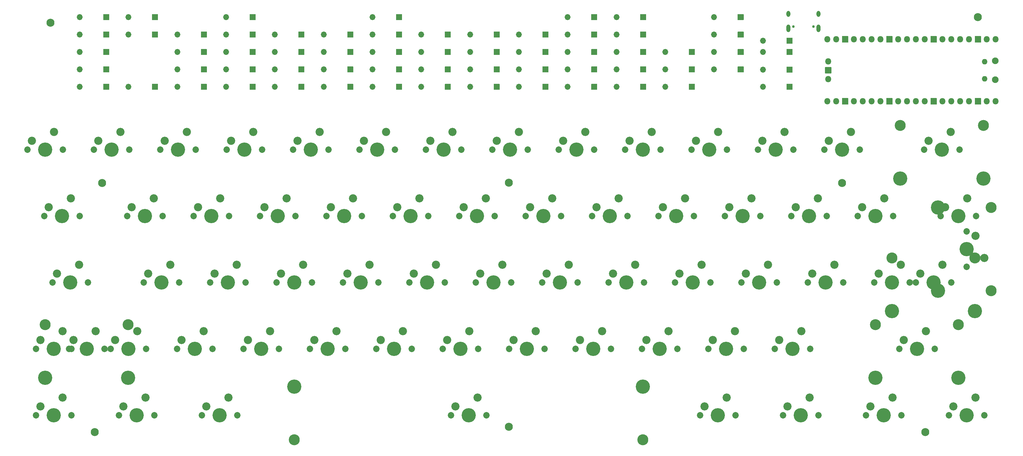
<source format=gbs>
G04 #@! TF.GenerationSoftware,KiCad,Pcbnew,(5.1.9)-1*
G04 #@! TF.CreationDate,2021-05-31T01:10:29+01:00*
G04 #@! TF.ProjectId,Env-KB60F,456e762d-4b42-4363-9046-2e6b69636164,rev?*
G04 #@! TF.SameCoordinates,Original*
G04 #@! TF.FileFunction,Soldermask,Bot*
G04 #@! TF.FilePolarity,Negative*
%FSLAX46Y46*%
G04 Gerber Fmt 4.6, Leading zero omitted, Abs format (unit mm)*
G04 Created by KiCad (PCBNEW (5.1.9)-1) date 2021-05-31 01:10:29*
%MOMM*%
%LPD*%
G01*
G04 APERTURE LIST*
%ADD10C,2.302000*%
%ADD11O,1.802000X1.802000*%
%ADD12O,1.602000X1.602000*%
%ADD13O,1.902000X1.902000*%
%ADD14C,0.752000*%
%ADD15O,1.102000X2.202000*%
%ADD16O,1.102000X1.702000*%
%ADD17O,1.702000X1.702000*%
%ADD18C,2.352000*%
%ADD19C,4.089800*%
%ADD20C,1.852000*%
%ADD21C,3.150000*%
%ADD22C,0.100000*%
G04 APERTURE END LIST*
D10*
X353050000Y-36500000D03*
D11*
X310100000Y-54290000D03*
G36*
G01*
X309250000Y-50849000D02*
X310950000Y-50849000D01*
G75*
G02*
X311001000Y-50900000I0J-51000D01*
G01*
X311001000Y-52600000D01*
G75*
G02*
X310950000Y-52651000I-51000J0D01*
G01*
X309250000Y-52651000D01*
G75*
G02*
X309199000Y-52600000I0J51000D01*
G01*
X309199000Y-50900000D01*
G75*
G02*
X309250000Y-50849000I51000J0D01*
G01*
G37*
X310100000Y-49210000D03*
D12*
X354970000Y-54175000D03*
X354970000Y-49325000D03*
D13*
X358000000Y-54475000D03*
X358000000Y-49025000D03*
D11*
X358130000Y-60640000D03*
X355590000Y-60640000D03*
G36*
G01*
X352200000Y-59739000D02*
X353900000Y-59739000D01*
G75*
G02*
X353951000Y-59790000I0J-51000D01*
G01*
X353951000Y-61490000D01*
G75*
G02*
X353900000Y-61541000I-51000J0D01*
G01*
X352200000Y-61541000D01*
G75*
G02*
X352149000Y-61490000I0J51000D01*
G01*
X352149000Y-59790000D01*
G75*
G02*
X352200000Y-59739000I51000J0D01*
G01*
G37*
X350510000Y-60640000D03*
X347970000Y-60640000D03*
X345430000Y-60640000D03*
X342890000Y-60640000D03*
G36*
G01*
X339500000Y-59739000D02*
X341200000Y-59739000D01*
G75*
G02*
X341251000Y-59790000I0J-51000D01*
G01*
X341251000Y-61490000D01*
G75*
G02*
X341200000Y-61541000I-51000J0D01*
G01*
X339500000Y-61541000D01*
G75*
G02*
X339449000Y-61490000I0J51000D01*
G01*
X339449000Y-59790000D01*
G75*
G02*
X339500000Y-59739000I51000J0D01*
G01*
G37*
X337810000Y-60640000D03*
X335270000Y-60640000D03*
X332730000Y-60640000D03*
X330190000Y-60640000D03*
G36*
G01*
X326800000Y-59739000D02*
X328500000Y-59739000D01*
G75*
G02*
X328551000Y-59790000I0J-51000D01*
G01*
X328551000Y-61490000D01*
G75*
G02*
X328500000Y-61541000I-51000J0D01*
G01*
X326800000Y-61541000D01*
G75*
G02*
X326749000Y-61490000I0J51000D01*
G01*
X326749000Y-59790000D01*
G75*
G02*
X326800000Y-59739000I51000J0D01*
G01*
G37*
X325110000Y-60640000D03*
X322570000Y-60640000D03*
X320030000Y-60640000D03*
X317490000Y-60640000D03*
G36*
G01*
X314100000Y-59739000D02*
X315800000Y-59739000D01*
G75*
G02*
X315851000Y-59790000I0J-51000D01*
G01*
X315851000Y-61490000D01*
G75*
G02*
X315800000Y-61541000I-51000J0D01*
G01*
X314100000Y-61541000D01*
G75*
G02*
X314049000Y-61490000I0J51000D01*
G01*
X314049000Y-59790000D01*
G75*
G02*
X314100000Y-59739000I51000J0D01*
G01*
G37*
X312410000Y-60640000D03*
X309870000Y-60640000D03*
X309870000Y-42860000D03*
X312410000Y-42860000D03*
G36*
G01*
X314100000Y-41959000D02*
X315800000Y-41959000D01*
G75*
G02*
X315851000Y-42010000I0J-51000D01*
G01*
X315851000Y-43710000D01*
G75*
G02*
X315800000Y-43761000I-51000J0D01*
G01*
X314100000Y-43761000D01*
G75*
G02*
X314049000Y-43710000I0J51000D01*
G01*
X314049000Y-42010000D01*
G75*
G02*
X314100000Y-41959000I51000J0D01*
G01*
G37*
X317490000Y-42860000D03*
X320030000Y-42860000D03*
X322570000Y-42860000D03*
X325110000Y-42860000D03*
G36*
G01*
X326800000Y-41959000D02*
X328500000Y-41959000D01*
G75*
G02*
X328551000Y-42010000I0J-51000D01*
G01*
X328551000Y-43710000D01*
G75*
G02*
X328500000Y-43761000I-51000J0D01*
G01*
X326800000Y-43761000D01*
G75*
G02*
X326749000Y-43710000I0J51000D01*
G01*
X326749000Y-42010000D01*
G75*
G02*
X326800000Y-41959000I51000J0D01*
G01*
G37*
X330190000Y-42860000D03*
X332730000Y-42860000D03*
X335270000Y-42860000D03*
X337810000Y-42860000D03*
G36*
G01*
X339500000Y-41959000D02*
X341200000Y-41959000D01*
G75*
G02*
X341251000Y-42010000I0J-51000D01*
G01*
X341251000Y-43710000D01*
G75*
G02*
X341200000Y-43761000I-51000J0D01*
G01*
X339500000Y-43761000D01*
G75*
G02*
X339449000Y-43710000I0J51000D01*
G01*
X339449000Y-42010000D01*
G75*
G02*
X339500000Y-41959000I51000J0D01*
G01*
G37*
X342890000Y-42860000D03*
X345430000Y-42860000D03*
X347970000Y-42860000D03*
X350510000Y-42860000D03*
G36*
G01*
X352200000Y-41959000D02*
X353900000Y-41959000D01*
G75*
G02*
X353951000Y-42010000I0J-51000D01*
G01*
X353951000Y-43710000D01*
G75*
G02*
X353900000Y-43761000I-51000J0D01*
G01*
X352200000Y-43761000D01*
G75*
G02*
X352149000Y-43710000I0J51000D01*
G01*
X352149000Y-42010000D01*
G75*
G02*
X352200000Y-41959000I51000J0D01*
G01*
G37*
X355590000Y-42860000D03*
X358130000Y-42860000D03*
D14*
X300105001Y-39205001D03*
X305885001Y-39205001D03*
D15*
X307315001Y-39735001D03*
X298675001Y-39735001D03*
D16*
X307315001Y-35555001D03*
X298675001Y-35555001D03*
D17*
X95380000Y-56500000D03*
G36*
G01*
X103851000Y-55700000D02*
X103851000Y-57300000D01*
G75*
G02*
X103800000Y-57351000I-51000J0D01*
G01*
X102200000Y-57351000D01*
G75*
G02*
X102149000Y-57300000I0J51000D01*
G01*
X102149000Y-55700000D01*
G75*
G02*
X102200000Y-55649000I51000J0D01*
G01*
X103800000Y-55649000D01*
G75*
G02*
X103851000Y-55700000I0J-51000D01*
G01*
G37*
X109380000Y-56500000D03*
G36*
G01*
X117851000Y-55700000D02*
X117851000Y-57300000D01*
G75*
G02*
X117800000Y-57351000I-51000J0D01*
G01*
X116200000Y-57351000D01*
G75*
G02*
X116149000Y-57300000I0J51000D01*
G01*
X116149000Y-55700000D01*
G75*
G02*
X116200000Y-55649000I51000J0D01*
G01*
X117800000Y-55649000D01*
G75*
G02*
X117851000Y-55700000I0J-51000D01*
G01*
G37*
X123380000Y-56500000D03*
G36*
G01*
X131851000Y-55700000D02*
X131851000Y-57300000D01*
G75*
G02*
X131800000Y-57351000I-51000J0D01*
G01*
X130200000Y-57351000D01*
G75*
G02*
X130149000Y-57300000I0J51000D01*
G01*
X130149000Y-55700000D01*
G75*
G02*
X130200000Y-55649000I51000J0D01*
G01*
X131800000Y-55649000D01*
G75*
G02*
X131851000Y-55700000I0J-51000D01*
G01*
G37*
X137380000Y-56500000D03*
G36*
G01*
X145851000Y-55700000D02*
X145851000Y-57300000D01*
G75*
G02*
X145800000Y-57351000I-51000J0D01*
G01*
X144200000Y-57351000D01*
G75*
G02*
X144149000Y-57300000I0J51000D01*
G01*
X144149000Y-55700000D01*
G75*
G02*
X144200000Y-55649000I51000J0D01*
G01*
X145800000Y-55649000D01*
G75*
G02*
X145851000Y-55700000I0J-51000D01*
G01*
G37*
X151380000Y-56500000D03*
G36*
G01*
X159851000Y-55700000D02*
X159851000Y-57300000D01*
G75*
G02*
X159800000Y-57351000I-51000J0D01*
G01*
X158200000Y-57351000D01*
G75*
G02*
X158149000Y-57300000I0J51000D01*
G01*
X158149000Y-55700000D01*
G75*
G02*
X158200000Y-55649000I51000J0D01*
G01*
X159800000Y-55649000D01*
G75*
G02*
X159851000Y-55700000I0J-51000D01*
G01*
G37*
X165380000Y-56500000D03*
G36*
G01*
X173851000Y-55700000D02*
X173851000Y-57300000D01*
G75*
G02*
X173800000Y-57351000I-51000J0D01*
G01*
X172200000Y-57351000D01*
G75*
G02*
X172149000Y-57300000I0J51000D01*
G01*
X172149000Y-55700000D01*
G75*
G02*
X172200000Y-55649000I51000J0D01*
G01*
X173800000Y-55649000D01*
G75*
G02*
X173851000Y-55700000I0J-51000D01*
G01*
G37*
X179380000Y-56500000D03*
G36*
G01*
X187851000Y-55700000D02*
X187851000Y-57300000D01*
G75*
G02*
X187800000Y-57351000I-51000J0D01*
G01*
X186200000Y-57351000D01*
G75*
G02*
X186149000Y-57300000I0J51000D01*
G01*
X186149000Y-55700000D01*
G75*
G02*
X186200000Y-55649000I51000J0D01*
G01*
X187800000Y-55649000D01*
G75*
G02*
X187851000Y-55700000I0J-51000D01*
G01*
G37*
X193380000Y-56500000D03*
G36*
G01*
X201851000Y-55700000D02*
X201851000Y-57300000D01*
G75*
G02*
X201800000Y-57351000I-51000J0D01*
G01*
X200200000Y-57351000D01*
G75*
G02*
X200149000Y-57300000I0J51000D01*
G01*
X200149000Y-55700000D01*
G75*
G02*
X200200000Y-55649000I51000J0D01*
G01*
X201800000Y-55649000D01*
G75*
G02*
X201851000Y-55700000I0J-51000D01*
G01*
G37*
X207380000Y-56500000D03*
G36*
G01*
X215851000Y-55700000D02*
X215851000Y-57300000D01*
G75*
G02*
X215800000Y-57351000I-51000J0D01*
G01*
X214200000Y-57351000D01*
G75*
G02*
X214149000Y-57300000I0J51000D01*
G01*
X214149000Y-55700000D01*
G75*
G02*
X214200000Y-55649000I51000J0D01*
G01*
X215800000Y-55649000D01*
G75*
G02*
X215851000Y-55700000I0J-51000D01*
G01*
G37*
G36*
G01*
X229851000Y-55700000D02*
X229851000Y-57300000D01*
G75*
G02*
X229800000Y-57351000I-51000J0D01*
G01*
X228200000Y-57351000D01*
G75*
G02*
X228149000Y-57300000I0J51000D01*
G01*
X228149000Y-55700000D01*
G75*
G02*
X228200000Y-55649000I51000J0D01*
G01*
X229800000Y-55649000D01*
G75*
G02*
X229851000Y-55700000I0J-51000D01*
G01*
G37*
X221380000Y-56500000D03*
X235380000Y-56500000D03*
G36*
G01*
X243851000Y-55700000D02*
X243851000Y-57300000D01*
G75*
G02*
X243800000Y-57351000I-51000J0D01*
G01*
X242200000Y-57351000D01*
G75*
G02*
X242149000Y-57300000I0J51000D01*
G01*
X242149000Y-55700000D01*
G75*
G02*
X242200000Y-55649000I51000J0D01*
G01*
X243800000Y-55649000D01*
G75*
G02*
X243851000Y-55700000I0J-51000D01*
G01*
G37*
X249380000Y-56500000D03*
G36*
G01*
X257851000Y-55700000D02*
X257851000Y-57300000D01*
G75*
G02*
X257800000Y-57351000I-51000J0D01*
G01*
X256200000Y-57351000D01*
G75*
G02*
X256149000Y-57300000I0J51000D01*
G01*
X256149000Y-55700000D01*
G75*
G02*
X256200000Y-55649000I51000J0D01*
G01*
X257800000Y-55649000D01*
G75*
G02*
X257851000Y-55700000I0J-51000D01*
G01*
G37*
X263380000Y-56500000D03*
G36*
G01*
X271851000Y-55700000D02*
X271851000Y-57300000D01*
G75*
G02*
X271800000Y-57351000I-51000J0D01*
G01*
X270200000Y-57351000D01*
G75*
G02*
X270149000Y-57300000I0J51000D01*
G01*
X270149000Y-55700000D01*
G75*
G02*
X270200000Y-55649000I51000J0D01*
G01*
X271800000Y-55649000D01*
G75*
G02*
X271851000Y-55700000I0J-51000D01*
G01*
G37*
X291380000Y-56500000D03*
G36*
G01*
X299851000Y-55700000D02*
X299851000Y-57300000D01*
G75*
G02*
X299800000Y-57351000I-51000J0D01*
G01*
X298200000Y-57351000D01*
G75*
G02*
X298149000Y-57300000I0J51000D01*
G01*
X298149000Y-55700000D01*
G75*
G02*
X298200000Y-55649000I51000J0D01*
G01*
X299800000Y-55649000D01*
G75*
G02*
X299851000Y-55700000I0J-51000D01*
G01*
G37*
X95380000Y-51500000D03*
G36*
G01*
X103851000Y-50700000D02*
X103851000Y-52300000D01*
G75*
G02*
X103800000Y-52351000I-51000J0D01*
G01*
X102200000Y-52351000D01*
G75*
G02*
X102149000Y-52300000I0J51000D01*
G01*
X102149000Y-50700000D01*
G75*
G02*
X102200000Y-50649000I51000J0D01*
G01*
X103800000Y-50649000D01*
G75*
G02*
X103851000Y-50700000I0J-51000D01*
G01*
G37*
X123380000Y-51500000D03*
G36*
G01*
X131851000Y-50700000D02*
X131851000Y-52300000D01*
G75*
G02*
X131800000Y-52351000I-51000J0D01*
G01*
X130200000Y-52351000D01*
G75*
G02*
X130149000Y-52300000I0J51000D01*
G01*
X130149000Y-50700000D01*
G75*
G02*
X130200000Y-50649000I51000J0D01*
G01*
X131800000Y-50649000D01*
G75*
G02*
X131851000Y-50700000I0J-51000D01*
G01*
G37*
X137380000Y-51500000D03*
G36*
G01*
X145851000Y-50700000D02*
X145851000Y-52300000D01*
G75*
G02*
X145800000Y-52351000I-51000J0D01*
G01*
X144200000Y-52351000D01*
G75*
G02*
X144149000Y-52300000I0J51000D01*
G01*
X144149000Y-50700000D01*
G75*
G02*
X144200000Y-50649000I51000J0D01*
G01*
X145800000Y-50649000D01*
G75*
G02*
X145851000Y-50700000I0J-51000D01*
G01*
G37*
X151380000Y-51500000D03*
G36*
G01*
X159851000Y-50700000D02*
X159851000Y-52300000D01*
G75*
G02*
X159800000Y-52351000I-51000J0D01*
G01*
X158200000Y-52351000D01*
G75*
G02*
X158149000Y-52300000I0J51000D01*
G01*
X158149000Y-50700000D01*
G75*
G02*
X158200000Y-50649000I51000J0D01*
G01*
X159800000Y-50649000D01*
G75*
G02*
X159851000Y-50700000I0J-51000D01*
G01*
G37*
X165380000Y-51500000D03*
G36*
G01*
X173851000Y-50700000D02*
X173851000Y-52300000D01*
G75*
G02*
X173800000Y-52351000I-51000J0D01*
G01*
X172200000Y-52351000D01*
G75*
G02*
X172149000Y-52300000I0J51000D01*
G01*
X172149000Y-50700000D01*
G75*
G02*
X172200000Y-50649000I51000J0D01*
G01*
X173800000Y-50649000D01*
G75*
G02*
X173851000Y-50700000I0J-51000D01*
G01*
G37*
X179380000Y-51500000D03*
G36*
G01*
X187851000Y-50700000D02*
X187851000Y-52300000D01*
G75*
G02*
X187800000Y-52351000I-51000J0D01*
G01*
X186200000Y-52351000D01*
G75*
G02*
X186149000Y-52300000I0J51000D01*
G01*
X186149000Y-50700000D01*
G75*
G02*
X186200000Y-50649000I51000J0D01*
G01*
X187800000Y-50649000D01*
G75*
G02*
X187851000Y-50700000I0J-51000D01*
G01*
G37*
X193380000Y-51500000D03*
G36*
G01*
X201851000Y-50700000D02*
X201851000Y-52300000D01*
G75*
G02*
X201800000Y-52351000I-51000J0D01*
G01*
X200200000Y-52351000D01*
G75*
G02*
X200149000Y-52300000I0J51000D01*
G01*
X200149000Y-50700000D01*
G75*
G02*
X200200000Y-50649000I51000J0D01*
G01*
X201800000Y-50649000D01*
G75*
G02*
X201851000Y-50700000I0J-51000D01*
G01*
G37*
X207380000Y-51500000D03*
G36*
G01*
X215851000Y-50700000D02*
X215851000Y-52300000D01*
G75*
G02*
X215800000Y-52351000I-51000J0D01*
G01*
X214200000Y-52351000D01*
G75*
G02*
X214149000Y-52300000I0J51000D01*
G01*
X214149000Y-50700000D01*
G75*
G02*
X214200000Y-50649000I51000J0D01*
G01*
X215800000Y-50649000D01*
G75*
G02*
X215851000Y-50700000I0J-51000D01*
G01*
G37*
G36*
G01*
X229851000Y-50700000D02*
X229851000Y-52300000D01*
G75*
G02*
X229800000Y-52351000I-51000J0D01*
G01*
X228200000Y-52351000D01*
G75*
G02*
X228149000Y-52300000I0J51000D01*
G01*
X228149000Y-50700000D01*
G75*
G02*
X228200000Y-50649000I51000J0D01*
G01*
X229800000Y-50649000D01*
G75*
G02*
X229851000Y-50700000I0J-51000D01*
G01*
G37*
X221380000Y-51500000D03*
X235380000Y-51500000D03*
G36*
G01*
X243851000Y-50700000D02*
X243851000Y-52300000D01*
G75*
G02*
X243800000Y-52351000I-51000J0D01*
G01*
X242200000Y-52351000D01*
G75*
G02*
X242149000Y-52300000I0J51000D01*
G01*
X242149000Y-50700000D01*
G75*
G02*
X242200000Y-50649000I51000J0D01*
G01*
X243800000Y-50649000D01*
G75*
G02*
X243851000Y-50700000I0J-51000D01*
G01*
G37*
X249380000Y-51500000D03*
G36*
G01*
X257851000Y-50700000D02*
X257851000Y-52300000D01*
G75*
G02*
X257800000Y-52351000I-51000J0D01*
G01*
X256200000Y-52351000D01*
G75*
G02*
X256149000Y-52300000I0J51000D01*
G01*
X256149000Y-50700000D01*
G75*
G02*
X256200000Y-50649000I51000J0D01*
G01*
X257800000Y-50649000D01*
G75*
G02*
X257851000Y-50700000I0J-51000D01*
G01*
G37*
X263380000Y-51500000D03*
G36*
G01*
X271851000Y-50700000D02*
X271851000Y-52300000D01*
G75*
G02*
X271800000Y-52351000I-51000J0D01*
G01*
X270200000Y-52351000D01*
G75*
G02*
X270149000Y-52300000I0J51000D01*
G01*
X270149000Y-50700000D01*
G75*
G02*
X270200000Y-50649000I51000J0D01*
G01*
X271800000Y-50649000D01*
G75*
G02*
X271851000Y-50700000I0J-51000D01*
G01*
G37*
X277380000Y-51500000D03*
G36*
G01*
X285851000Y-50700000D02*
X285851000Y-52300000D01*
G75*
G02*
X285800000Y-52351000I-51000J0D01*
G01*
X284200000Y-52351000D01*
G75*
G02*
X284149000Y-52300000I0J51000D01*
G01*
X284149000Y-50700000D01*
G75*
G02*
X284200000Y-50649000I51000J0D01*
G01*
X285800000Y-50649000D01*
G75*
G02*
X285851000Y-50700000I0J-51000D01*
G01*
G37*
X291388800Y-51562000D03*
G36*
G01*
X299859800Y-50762000D02*
X299859800Y-52362000D01*
G75*
G02*
X299808800Y-52413000I-51000J0D01*
G01*
X298208800Y-52413000D01*
G75*
G02*
X298157800Y-52362000I0J51000D01*
G01*
X298157800Y-50762000D01*
G75*
G02*
X298208800Y-50711000I51000J0D01*
G01*
X299808800Y-50711000D01*
G75*
G02*
X299859800Y-50762000I0J-51000D01*
G01*
G37*
X95380000Y-46500000D03*
G36*
G01*
X103851000Y-45700000D02*
X103851000Y-47300000D01*
G75*
G02*
X103800000Y-47351000I-51000J0D01*
G01*
X102200000Y-47351000D01*
G75*
G02*
X102149000Y-47300000I0J51000D01*
G01*
X102149000Y-45700000D01*
G75*
G02*
X102200000Y-45649000I51000J0D01*
G01*
X103800000Y-45649000D01*
G75*
G02*
X103851000Y-45700000I0J-51000D01*
G01*
G37*
X123380000Y-46500000D03*
G36*
G01*
X131851000Y-45700000D02*
X131851000Y-47300000D01*
G75*
G02*
X131800000Y-47351000I-51000J0D01*
G01*
X130200000Y-47351000D01*
G75*
G02*
X130149000Y-47300000I0J51000D01*
G01*
X130149000Y-45700000D01*
G75*
G02*
X130200000Y-45649000I51000J0D01*
G01*
X131800000Y-45649000D01*
G75*
G02*
X131851000Y-45700000I0J-51000D01*
G01*
G37*
X137380000Y-46500000D03*
G36*
G01*
X145851000Y-45700000D02*
X145851000Y-47300000D01*
G75*
G02*
X145800000Y-47351000I-51000J0D01*
G01*
X144200000Y-47351000D01*
G75*
G02*
X144149000Y-47300000I0J51000D01*
G01*
X144149000Y-45700000D01*
G75*
G02*
X144200000Y-45649000I51000J0D01*
G01*
X145800000Y-45649000D01*
G75*
G02*
X145851000Y-45700000I0J-51000D01*
G01*
G37*
X151380000Y-46500000D03*
G36*
G01*
X159851000Y-45700000D02*
X159851000Y-47300000D01*
G75*
G02*
X159800000Y-47351000I-51000J0D01*
G01*
X158200000Y-47351000D01*
G75*
G02*
X158149000Y-47300000I0J51000D01*
G01*
X158149000Y-45700000D01*
G75*
G02*
X158200000Y-45649000I51000J0D01*
G01*
X159800000Y-45649000D01*
G75*
G02*
X159851000Y-45700000I0J-51000D01*
G01*
G37*
X165380000Y-46500000D03*
G36*
G01*
X173851000Y-45700000D02*
X173851000Y-47300000D01*
G75*
G02*
X173800000Y-47351000I-51000J0D01*
G01*
X172200000Y-47351000D01*
G75*
G02*
X172149000Y-47300000I0J51000D01*
G01*
X172149000Y-45700000D01*
G75*
G02*
X172200000Y-45649000I51000J0D01*
G01*
X173800000Y-45649000D01*
G75*
G02*
X173851000Y-45700000I0J-51000D01*
G01*
G37*
X179380000Y-46500000D03*
G36*
G01*
X187851000Y-45700000D02*
X187851000Y-47300000D01*
G75*
G02*
X187800000Y-47351000I-51000J0D01*
G01*
X186200000Y-47351000D01*
G75*
G02*
X186149000Y-47300000I0J51000D01*
G01*
X186149000Y-45700000D01*
G75*
G02*
X186200000Y-45649000I51000J0D01*
G01*
X187800000Y-45649000D01*
G75*
G02*
X187851000Y-45700000I0J-51000D01*
G01*
G37*
X193380000Y-46500000D03*
G36*
G01*
X201851000Y-45700000D02*
X201851000Y-47300000D01*
G75*
G02*
X201800000Y-47351000I-51000J0D01*
G01*
X200200000Y-47351000D01*
G75*
G02*
X200149000Y-47300000I0J51000D01*
G01*
X200149000Y-45700000D01*
G75*
G02*
X200200000Y-45649000I51000J0D01*
G01*
X201800000Y-45649000D01*
G75*
G02*
X201851000Y-45700000I0J-51000D01*
G01*
G37*
X207380000Y-46500000D03*
G36*
G01*
X215851000Y-45700000D02*
X215851000Y-47300000D01*
G75*
G02*
X215800000Y-47351000I-51000J0D01*
G01*
X214200000Y-47351000D01*
G75*
G02*
X214149000Y-47300000I0J51000D01*
G01*
X214149000Y-45700000D01*
G75*
G02*
X214200000Y-45649000I51000J0D01*
G01*
X215800000Y-45649000D01*
G75*
G02*
X215851000Y-45700000I0J-51000D01*
G01*
G37*
G36*
G01*
X229851000Y-45700000D02*
X229851000Y-47300000D01*
G75*
G02*
X229800000Y-47351000I-51000J0D01*
G01*
X228200000Y-47351000D01*
G75*
G02*
X228149000Y-47300000I0J51000D01*
G01*
X228149000Y-45700000D01*
G75*
G02*
X228200000Y-45649000I51000J0D01*
G01*
X229800000Y-45649000D01*
G75*
G02*
X229851000Y-45700000I0J-51000D01*
G01*
G37*
X221380000Y-46500000D03*
X235380000Y-46500000D03*
G36*
G01*
X243851000Y-45700000D02*
X243851000Y-47300000D01*
G75*
G02*
X243800000Y-47351000I-51000J0D01*
G01*
X242200000Y-47351000D01*
G75*
G02*
X242149000Y-47300000I0J51000D01*
G01*
X242149000Y-45700000D01*
G75*
G02*
X242200000Y-45649000I51000J0D01*
G01*
X243800000Y-45649000D01*
G75*
G02*
X243851000Y-45700000I0J-51000D01*
G01*
G37*
X249380000Y-46500000D03*
G36*
G01*
X257851000Y-45700000D02*
X257851000Y-47300000D01*
G75*
G02*
X257800000Y-47351000I-51000J0D01*
G01*
X256200000Y-47351000D01*
G75*
G02*
X256149000Y-47300000I0J51000D01*
G01*
X256149000Y-45700000D01*
G75*
G02*
X256200000Y-45649000I51000J0D01*
G01*
X257800000Y-45649000D01*
G75*
G02*
X257851000Y-45700000I0J-51000D01*
G01*
G37*
X263380000Y-46500000D03*
G36*
G01*
X271851000Y-45700000D02*
X271851000Y-47300000D01*
G75*
G02*
X271800000Y-47351000I-51000J0D01*
G01*
X270200000Y-47351000D01*
G75*
G02*
X270149000Y-47300000I0J51000D01*
G01*
X270149000Y-45700000D01*
G75*
G02*
X270200000Y-45649000I51000J0D01*
G01*
X271800000Y-45649000D01*
G75*
G02*
X271851000Y-45700000I0J-51000D01*
G01*
G37*
X277380000Y-46500000D03*
G36*
G01*
X285851000Y-45700000D02*
X285851000Y-47300000D01*
G75*
G02*
X285800000Y-47351000I-51000J0D01*
G01*
X284200000Y-47351000D01*
G75*
G02*
X284149000Y-47300000I0J51000D01*
G01*
X284149000Y-45700000D01*
G75*
G02*
X284200000Y-45649000I51000J0D01*
G01*
X285800000Y-45649000D01*
G75*
G02*
X285851000Y-45700000I0J-51000D01*
G01*
G37*
X291380000Y-46500000D03*
G36*
G01*
X299851000Y-45700000D02*
X299851000Y-47300000D01*
G75*
G02*
X299800000Y-47351000I-51000J0D01*
G01*
X298200000Y-47351000D01*
G75*
G02*
X298149000Y-47300000I0J51000D01*
G01*
X298149000Y-45700000D01*
G75*
G02*
X298200000Y-45649000I51000J0D01*
G01*
X299800000Y-45649000D01*
G75*
G02*
X299851000Y-45700000I0J-51000D01*
G01*
G37*
X95380000Y-41500000D03*
G36*
G01*
X103851000Y-40700000D02*
X103851000Y-42300000D01*
G75*
G02*
X103800000Y-42351000I-51000J0D01*
G01*
X102200000Y-42351000D01*
G75*
G02*
X102149000Y-42300000I0J51000D01*
G01*
X102149000Y-40700000D01*
G75*
G02*
X102200000Y-40649000I51000J0D01*
G01*
X103800000Y-40649000D01*
G75*
G02*
X103851000Y-40700000I0J-51000D01*
G01*
G37*
X109380000Y-41500000D03*
G36*
G01*
X117851000Y-40700000D02*
X117851000Y-42300000D01*
G75*
G02*
X117800000Y-42351000I-51000J0D01*
G01*
X116200000Y-42351000D01*
G75*
G02*
X116149000Y-42300000I0J51000D01*
G01*
X116149000Y-40700000D01*
G75*
G02*
X116200000Y-40649000I51000J0D01*
G01*
X117800000Y-40649000D01*
G75*
G02*
X117851000Y-40700000I0J-51000D01*
G01*
G37*
X123380000Y-41500000D03*
G36*
G01*
X131851000Y-40700000D02*
X131851000Y-42300000D01*
G75*
G02*
X131800000Y-42351000I-51000J0D01*
G01*
X130200000Y-42351000D01*
G75*
G02*
X130149000Y-42300000I0J51000D01*
G01*
X130149000Y-40700000D01*
G75*
G02*
X130200000Y-40649000I51000J0D01*
G01*
X131800000Y-40649000D01*
G75*
G02*
X131851000Y-40700000I0J-51000D01*
G01*
G37*
X137380000Y-41500000D03*
G36*
G01*
X145851000Y-40700000D02*
X145851000Y-42300000D01*
G75*
G02*
X145800000Y-42351000I-51000J0D01*
G01*
X144200000Y-42351000D01*
G75*
G02*
X144149000Y-42300000I0J51000D01*
G01*
X144149000Y-40700000D01*
G75*
G02*
X144200000Y-40649000I51000J0D01*
G01*
X145800000Y-40649000D01*
G75*
G02*
X145851000Y-40700000I0J-51000D01*
G01*
G37*
X151380000Y-41500000D03*
G36*
G01*
X159851000Y-40700000D02*
X159851000Y-42300000D01*
G75*
G02*
X159800000Y-42351000I-51000J0D01*
G01*
X158200000Y-42351000D01*
G75*
G02*
X158149000Y-42300000I0J51000D01*
G01*
X158149000Y-40700000D01*
G75*
G02*
X158200000Y-40649000I51000J0D01*
G01*
X159800000Y-40649000D01*
G75*
G02*
X159851000Y-40700000I0J-51000D01*
G01*
G37*
X165380000Y-41500000D03*
G36*
G01*
X173851000Y-40700000D02*
X173851000Y-42300000D01*
G75*
G02*
X173800000Y-42351000I-51000J0D01*
G01*
X172200000Y-42351000D01*
G75*
G02*
X172149000Y-42300000I0J51000D01*
G01*
X172149000Y-40700000D01*
G75*
G02*
X172200000Y-40649000I51000J0D01*
G01*
X173800000Y-40649000D01*
G75*
G02*
X173851000Y-40700000I0J-51000D01*
G01*
G37*
X179380000Y-41500000D03*
G36*
G01*
X187851000Y-40700000D02*
X187851000Y-42300000D01*
G75*
G02*
X187800000Y-42351000I-51000J0D01*
G01*
X186200000Y-42351000D01*
G75*
G02*
X186149000Y-42300000I0J51000D01*
G01*
X186149000Y-40700000D01*
G75*
G02*
X186200000Y-40649000I51000J0D01*
G01*
X187800000Y-40649000D01*
G75*
G02*
X187851000Y-40700000I0J-51000D01*
G01*
G37*
X193380000Y-41500000D03*
G36*
G01*
X201851000Y-40700000D02*
X201851000Y-42300000D01*
G75*
G02*
X201800000Y-42351000I-51000J0D01*
G01*
X200200000Y-42351000D01*
G75*
G02*
X200149000Y-42300000I0J51000D01*
G01*
X200149000Y-40700000D01*
G75*
G02*
X200200000Y-40649000I51000J0D01*
G01*
X201800000Y-40649000D01*
G75*
G02*
X201851000Y-40700000I0J-51000D01*
G01*
G37*
X207380000Y-41500000D03*
G36*
G01*
X215851000Y-40700000D02*
X215851000Y-42300000D01*
G75*
G02*
X215800000Y-42351000I-51000J0D01*
G01*
X214200000Y-42351000D01*
G75*
G02*
X214149000Y-42300000I0J51000D01*
G01*
X214149000Y-40700000D01*
G75*
G02*
X214200000Y-40649000I51000J0D01*
G01*
X215800000Y-40649000D01*
G75*
G02*
X215851000Y-40700000I0J-51000D01*
G01*
G37*
G36*
G01*
X229851000Y-40700000D02*
X229851000Y-42300000D01*
G75*
G02*
X229800000Y-42351000I-51000J0D01*
G01*
X228200000Y-42351000D01*
G75*
G02*
X228149000Y-42300000I0J51000D01*
G01*
X228149000Y-40700000D01*
G75*
G02*
X228200000Y-40649000I51000J0D01*
G01*
X229800000Y-40649000D01*
G75*
G02*
X229851000Y-40700000I0J-51000D01*
G01*
G37*
X221380000Y-41500000D03*
X235380000Y-41500000D03*
G36*
G01*
X243851000Y-40700000D02*
X243851000Y-42300000D01*
G75*
G02*
X243800000Y-42351000I-51000J0D01*
G01*
X242200000Y-42351000D01*
G75*
G02*
X242149000Y-42300000I0J51000D01*
G01*
X242149000Y-40700000D01*
G75*
G02*
X242200000Y-40649000I51000J0D01*
G01*
X243800000Y-40649000D01*
G75*
G02*
X243851000Y-40700000I0J-51000D01*
G01*
G37*
X249380000Y-41500000D03*
G36*
G01*
X257851000Y-40700000D02*
X257851000Y-42300000D01*
G75*
G02*
X257800000Y-42351000I-51000J0D01*
G01*
X256200000Y-42351000D01*
G75*
G02*
X256149000Y-42300000I0J51000D01*
G01*
X256149000Y-40700000D01*
G75*
G02*
X256200000Y-40649000I51000J0D01*
G01*
X257800000Y-40649000D01*
G75*
G02*
X257851000Y-40700000I0J-51000D01*
G01*
G37*
X277380000Y-41500000D03*
G36*
G01*
X285851000Y-40700000D02*
X285851000Y-42300000D01*
G75*
G02*
X285800000Y-42351000I-51000J0D01*
G01*
X284200000Y-42351000D01*
G75*
G02*
X284149000Y-42300000I0J51000D01*
G01*
X284149000Y-40700000D01*
G75*
G02*
X284200000Y-40649000I51000J0D01*
G01*
X285800000Y-40649000D01*
G75*
G02*
X285851000Y-40700000I0J-51000D01*
G01*
G37*
X95380000Y-36500000D03*
G36*
G01*
X103851000Y-35700000D02*
X103851000Y-37300000D01*
G75*
G02*
X103800000Y-37351000I-51000J0D01*
G01*
X102200000Y-37351000D01*
G75*
G02*
X102149000Y-37300000I0J51000D01*
G01*
X102149000Y-35700000D01*
G75*
G02*
X102200000Y-35649000I51000J0D01*
G01*
X103800000Y-35649000D01*
G75*
G02*
X103851000Y-35700000I0J-51000D01*
G01*
G37*
X109380000Y-36500000D03*
G36*
G01*
X117851000Y-35700000D02*
X117851000Y-37300000D01*
G75*
G02*
X117800000Y-37351000I-51000J0D01*
G01*
X116200000Y-37351000D01*
G75*
G02*
X116149000Y-37300000I0J51000D01*
G01*
X116149000Y-35700000D01*
G75*
G02*
X116200000Y-35649000I51000J0D01*
G01*
X117800000Y-35649000D01*
G75*
G02*
X117851000Y-35700000I0J-51000D01*
G01*
G37*
X137380000Y-36500000D03*
G36*
G01*
X145851000Y-35700000D02*
X145851000Y-37300000D01*
G75*
G02*
X145800000Y-37351000I-51000J0D01*
G01*
X144200000Y-37351000D01*
G75*
G02*
X144149000Y-37300000I0J51000D01*
G01*
X144149000Y-35700000D01*
G75*
G02*
X144200000Y-35649000I51000J0D01*
G01*
X145800000Y-35649000D01*
G75*
G02*
X145851000Y-35700000I0J-51000D01*
G01*
G37*
X179380000Y-36500000D03*
G36*
G01*
X187851000Y-35700000D02*
X187851000Y-37300000D01*
G75*
G02*
X187800000Y-37351000I-51000J0D01*
G01*
X186200000Y-37351000D01*
G75*
G02*
X186149000Y-37300000I0J51000D01*
G01*
X186149000Y-35700000D01*
G75*
G02*
X186200000Y-35649000I51000J0D01*
G01*
X187800000Y-35649000D01*
G75*
G02*
X187851000Y-35700000I0J-51000D01*
G01*
G37*
X235380000Y-36500000D03*
G36*
G01*
X243851000Y-35700000D02*
X243851000Y-37300000D01*
G75*
G02*
X243800000Y-37351000I-51000J0D01*
G01*
X242200000Y-37351000D01*
G75*
G02*
X242149000Y-37300000I0J51000D01*
G01*
X242149000Y-35700000D01*
G75*
G02*
X242200000Y-35649000I51000J0D01*
G01*
X243800000Y-35649000D01*
G75*
G02*
X243851000Y-35700000I0J-51000D01*
G01*
G37*
X249380000Y-36500000D03*
G36*
G01*
X257851000Y-35700000D02*
X257851000Y-37300000D01*
G75*
G02*
X257800000Y-37351000I-51000J0D01*
G01*
X256200000Y-37351000D01*
G75*
G02*
X256149000Y-37300000I0J51000D01*
G01*
X256149000Y-35700000D01*
G75*
G02*
X256200000Y-35649000I51000J0D01*
G01*
X257800000Y-35649000D01*
G75*
G02*
X257851000Y-35700000I0J-51000D01*
G01*
G37*
X277380000Y-36500000D03*
G36*
G01*
X285851000Y-35700000D02*
X285851000Y-37300000D01*
G75*
G02*
X285800000Y-37351000I-51000J0D01*
G01*
X284200000Y-37351000D01*
G75*
G02*
X284149000Y-37300000I0J51000D01*
G01*
X284149000Y-35700000D01*
G75*
G02*
X284200000Y-35649000I51000J0D01*
G01*
X285800000Y-35649000D01*
G75*
G02*
X285851000Y-35700000I0J-51000D01*
G01*
G37*
X291380000Y-43300000D03*
G36*
G01*
X299851000Y-42500000D02*
X299851000Y-44100000D01*
G75*
G02*
X299800000Y-44151000I-51000J0D01*
G01*
X298200000Y-44151000D01*
G75*
G02*
X298149000Y-44100000I0J51000D01*
G01*
X298149000Y-42500000D01*
G75*
G02*
X298200000Y-42449000I51000J0D01*
G01*
X299800000Y-42449000D01*
G75*
G02*
X299851000Y-42500000I0J-51000D01*
G01*
G37*
D10*
X314100000Y-84100000D03*
X218500000Y-84000000D03*
X338000000Y-155500000D03*
X101800000Y-84100000D03*
X87000000Y-38100000D03*
X99750000Y-155500000D03*
X218500000Y-154000000D03*
D18*
X99940000Y-126620000D03*
D19*
X97400000Y-131700000D03*
D18*
X93590000Y-129160000D03*
D20*
X92320000Y-131700000D03*
X102480000Y-131700000D03*
D21*
X85493750Y-124715000D03*
X109306250Y-124715000D03*
D19*
X85493750Y-139955000D03*
X109306250Y-139955000D03*
D18*
X342840000Y-107520000D03*
D19*
X340300000Y-112600000D03*
D18*
X336490000Y-110060000D03*
D20*
X335220000Y-112600000D03*
X345380000Y-112600000D03*
D21*
X328393750Y-105615000D03*
X352206250Y-105615000D03*
D19*
X328393750Y-120855000D03*
X352206250Y-120855000D03*
D18*
X349990000Y-88470000D03*
D19*
X347450000Y-93550000D03*
D18*
X343640000Y-91010000D03*
D20*
X342370000Y-93550000D03*
X352530000Y-93550000D03*
D18*
X221415000Y-69445000D03*
D19*
X218875000Y-74525000D03*
D18*
X215065000Y-71985000D03*
D20*
X213795000Y-74525000D03*
X223955000Y-74525000D03*
D18*
X345240000Y-69445000D03*
D19*
X342700000Y-74525000D03*
D18*
X338890000Y-71985000D03*
D20*
X337620000Y-74525000D03*
X347780000Y-74525000D03*
D21*
X330793750Y-67540000D03*
X354606250Y-67540000D03*
D19*
X330793750Y-82780000D03*
X354606250Y-82780000D03*
D18*
X92827500Y-88495000D03*
D19*
X90287500Y-93575000D03*
D18*
X86477500Y-91035000D03*
D20*
X85207500Y-93575000D03*
X95367500Y-93575000D03*
D18*
X116640000Y-88495000D03*
D19*
X114100000Y-93575000D03*
D18*
X110290000Y-91035000D03*
D20*
X109020000Y-93575000D03*
X119180000Y-93575000D03*
D19*
X341588750Y-91137000D03*
X341588750Y-115013000D03*
D21*
X356828750Y-91137000D03*
X356828750Y-115013000D03*
D20*
X349843750Y-108155000D03*
X349843750Y-97995000D03*
D18*
X352383750Y-99265000D03*
D19*
X349843750Y-103075000D03*
D18*
X354923750Y-105615000D03*
X90446250Y-126595000D03*
D19*
X87906250Y-131675000D03*
D18*
X84096250Y-129135000D03*
D20*
X82826250Y-131675000D03*
X92986250Y-131675000D03*
D18*
X111877500Y-126595000D03*
D19*
X109337500Y-131675000D03*
D18*
X105527500Y-129135000D03*
D20*
X104257500Y-131675000D03*
X114417500Y-131675000D03*
D18*
X338096250Y-126595000D03*
D19*
X335556250Y-131675000D03*
D18*
X331746250Y-129135000D03*
D20*
X330476250Y-131675000D03*
X340636250Y-131675000D03*
D21*
X323650000Y-124690000D03*
X347462500Y-124690000D03*
D19*
X323650000Y-139930000D03*
X347462500Y-139930000D03*
D18*
X90446250Y-145645000D03*
D19*
X87906250Y-150725000D03*
D18*
X84096250Y-148185000D03*
D20*
X82826250Y-150725000D03*
X92986250Y-150725000D03*
D18*
X209508750Y-145645000D03*
D19*
X206968750Y-150725000D03*
D18*
X203158750Y-148185000D03*
D20*
X201888750Y-150725000D03*
X212048750Y-150725000D03*
D21*
X156968850Y-157710000D03*
X256968650Y-157710000D03*
D19*
X156968850Y-142470000D03*
X256968650Y-142470000D03*
D18*
X280946250Y-145645000D03*
D19*
X278406250Y-150725000D03*
D18*
X274596250Y-148185000D03*
D20*
X273326250Y-150725000D03*
X283486250Y-150725000D03*
D18*
X88065000Y-69445000D03*
D19*
X85525000Y-74525000D03*
D18*
X81715000Y-71985000D03*
D20*
X80445000Y-74525000D03*
X90605000Y-74525000D03*
D18*
X352383750Y-145645000D03*
D19*
X349843750Y-150725000D03*
D18*
X346033750Y-148185000D03*
D20*
X344763750Y-150725000D03*
X354923750Y-150725000D03*
D18*
X328571250Y-145645000D03*
D19*
X326031250Y-150725000D03*
D18*
X322221250Y-148185000D03*
D20*
X320951250Y-150725000D03*
X331111250Y-150725000D03*
D18*
X304758750Y-145645000D03*
D19*
X302218750Y-150725000D03*
D18*
X298408750Y-148185000D03*
D20*
X297138750Y-150725000D03*
X307298750Y-150725000D03*
D18*
X138071250Y-145645000D03*
D19*
X135531250Y-150725000D03*
D18*
X131721250Y-148185000D03*
D20*
X130451250Y-150725000D03*
X140611250Y-150725000D03*
D18*
X114258750Y-145645000D03*
D19*
X111718750Y-150725000D03*
D18*
X107908750Y-148185000D03*
D20*
X106638750Y-150725000D03*
X116798750Y-150725000D03*
D18*
X302377500Y-126595000D03*
D19*
X299837500Y-131675000D03*
D18*
X296027500Y-129135000D03*
D20*
X294757500Y-131675000D03*
X304917500Y-131675000D03*
D18*
X283327500Y-126595000D03*
D19*
X280787500Y-131675000D03*
D18*
X276977500Y-129135000D03*
D20*
X275707500Y-131675000D03*
X285867500Y-131675000D03*
D18*
X264277500Y-126595000D03*
D19*
X261737500Y-131675000D03*
D18*
X257927500Y-129135000D03*
D20*
X256657500Y-131675000D03*
X266817500Y-131675000D03*
D18*
X245227500Y-126595000D03*
D19*
X242687500Y-131675000D03*
D18*
X238877500Y-129135000D03*
D20*
X237607500Y-131675000D03*
X247767500Y-131675000D03*
D18*
X226177500Y-126595000D03*
D19*
X223637500Y-131675000D03*
D18*
X219827500Y-129135000D03*
D20*
X218557500Y-131675000D03*
X228717500Y-131675000D03*
D18*
X207127500Y-126595000D03*
D19*
X204587500Y-131675000D03*
D18*
X200777500Y-129135000D03*
D20*
X199507500Y-131675000D03*
X209667500Y-131675000D03*
D18*
X188077500Y-126595000D03*
D19*
X185537500Y-131675000D03*
D18*
X181727500Y-129135000D03*
D20*
X180457500Y-131675000D03*
X190617500Y-131675000D03*
D18*
X169027500Y-126595000D03*
D19*
X166487500Y-131675000D03*
D18*
X162677500Y-129135000D03*
D20*
X161407500Y-131675000D03*
X171567500Y-131675000D03*
D18*
X149977500Y-126595000D03*
D19*
X147437500Y-131675000D03*
D18*
X143627500Y-129135000D03*
D20*
X142357500Y-131675000D03*
X152517500Y-131675000D03*
D18*
X130927500Y-126595000D03*
D19*
X128387500Y-131675000D03*
D18*
X124577500Y-129135000D03*
D20*
X123307500Y-131675000D03*
X133467500Y-131675000D03*
D18*
X330952500Y-107545000D03*
D19*
X328412500Y-112625000D03*
D18*
X324602500Y-110085000D03*
D20*
X323332500Y-112625000D03*
X333492500Y-112625000D03*
D18*
X311902500Y-107545000D03*
D19*
X309362500Y-112625000D03*
D18*
X305552500Y-110085000D03*
D20*
X304282500Y-112625000D03*
X314442500Y-112625000D03*
D18*
X292852500Y-107545000D03*
D19*
X290312500Y-112625000D03*
D18*
X286502500Y-110085000D03*
D20*
X285232500Y-112625000D03*
X295392500Y-112625000D03*
D18*
X273802500Y-107545000D03*
D19*
X271262500Y-112625000D03*
D18*
X267452500Y-110085000D03*
D20*
X266182500Y-112625000D03*
X276342500Y-112625000D03*
D18*
X254752500Y-107545000D03*
D19*
X252212500Y-112625000D03*
D18*
X248402500Y-110085000D03*
D20*
X247132500Y-112625000D03*
X257292500Y-112625000D03*
D18*
X235702500Y-107545000D03*
D19*
X233162500Y-112625000D03*
D18*
X229352500Y-110085000D03*
D20*
X228082500Y-112625000D03*
X238242500Y-112625000D03*
D18*
X216652500Y-107545000D03*
D19*
X214112500Y-112625000D03*
D18*
X210302500Y-110085000D03*
D20*
X209032500Y-112625000D03*
X219192500Y-112625000D03*
D18*
X197602500Y-107545000D03*
D19*
X195062500Y-112625000D03*
D18*
X191252500Y-110085000D03*
D20*
X189982500Y-112625000D03*
X200142500Y-112625000D03*
D18*
X178552500Y-107545000D03*
D19*
X176012500Y-112625000D03*
D18*
X172202500Y-110085000D03*
D20*
X170932500Y-112625000D03*
X181092500Y-112625000D03*
D18*
X159502500Y-107545000D03*
D19*
X156962500Y-112625000D03*
D18*
X153152500Y-110085000D03*
D20*
X151882500Y-112625000D03*
X162042500Y-112625000D03*
D18*
X140452500Y-107545000D03*
D19*
X137912500Y-112625000D03*
D18*
X134102500Y-110085000D03*
D20*
X132832500Y-112625000D03*
X142992500Y-112625000D03*
D18*
X121402500Y-107545000D03*
D19*
X118862500Y-112625000D03*
D18*
X115052500Y-110085000D03*
D20*
X113782500Y-112625000D03*
X123942500Y-112625000D03*
D18*
X95208750Y-107545000D03*
D19*
X92668750Y-112625000D03*
D18*
X88858750Y-110085000D03*
D20*
X87588750Y-112625000D03*
X97748750Y-112625000D03*
D18*
X326190000Y-88495000D03*
D19*
X323650000Y-93575000D03*
D18*
X319840000Y-91035000D03*
D20*
X318570000Y-93575000D03*
X328730000Y-93575000D03*
D18*
X307140000Y-88495000D03*
D19*
X304600000Y-93575000D03*
D18*
X300790000Y-91035000D03*
D20*
X299520000Y-93575000D03*
X309680000Y-93575000D03*
D18*
X288090000Y-88495000D03*
D19*
X285550000Y-93575000D03*
D18*
X281740000Y-91035000D03*
D20*
X280470000Y-93575000D03*
X290630000Y-93575000D03*
D18*
X269040000Y-88495000D03*
D19*
X266500000Y-93575000D03*
D18*
X262690000Y-91035000D03*
D20*
X261420000Y-93575000D03*
X271580000Y-93575000D03*
D18*
X249990000Y-88495000D03*
D19*
X247450000Y-93575000D03*
D18*
X243640000Y-91035000D03*
D20*
X242370000Y-93575000D03*
X252530000Y-93575000D03*
D18*
X230940000Y-88495000D03*
D19*
X228400000Y-93575000D03*
D18*
X224590000Y-91035000D03*
D20*
X223320000Y-93575000D03*
X233480000Y-93575000D03*
D18*
X211890000Y-88495000D03*
D19*
X209350000Y-93575000D03*
D18*
X205540000Y-91035000D03*
D20*
X204270000Y-93575000D03*
X214430000Y-93575000D03*
D18*
X192840000Y-88495000D03*
D19*
X190300000Y-93575000D03*
D18*
X186490000Y-91035000D03*
D20*
X185220000Y-93575000D03*
X195380000Y-93575000D03*
D18*
X173790000Y-88495000D03*
D19*
X171250000Y-93575000D03*
D18*
X167440000Y-91035000D03*
D20*
X166170000Y-93575000D03*
X176330000Y-93575000D03*
D18*
X154740000Y-88495000D03*
D19*
X152200000Y-93575000D03*
D18*
X148390000Y-91035000D03*
D20*
X147120000Y-93575000D03*
X157280000Y-93575000D03*
D18*
X135690000Y-88495000D03*
D19*
X133150000Y-93575000D03*
D18*
X129340000Y-91035000D03*
D20*
X128070000Y-93575000D03*
X138230000Y-93575000D03*
D18*
X316665000Y-69445000D03*
D19*
X314125000Y-74525000D03*
D18*
X310315000Y-71985000D03*
D20*
X309045000Y-74525000D03*
X319205000Y-74525000D03*
D18*
X297615000Y-69445000D03*
D19*
X295075000Y-74525000D03*
D18*
X291265000Y-71985000D03*
D20*
X289995000Y-74525000D03*
X300155000Y-74525000D03*
D18*
X278565000Y-69445000D03*
D19*
X276025000Y-74525000D03*
D18*
X272215000Y-71985000D03*
D20*
X270945000Y-74525000D03*
X281105000Y-74525000D03*
D18*
X259515000Y-69445000D03*
D19*
X256975000Y-74525000D03*
D18*
X253165000Y-71985000D03*
D20*
X251895000Y-74525000D03*
X262055000Y-74525000D03*
D18*
X240465000Y-69445000D03*
D19*
X237925000Y-74525000D03*
D18*
X234115000Y-71985000D03*
D20*
X232845000Y-74525000D03*
X243005000Y-74525000D03*
D18*
X202365000Y-69445000D03*
D19*
X199825000Y-74525000D03*
D18*
X196015000Y-71985000D03*
D20*
X194745000Y-74525000D03*
X204905000Y-74525000D03*
D18*
X183315000Y-69445000D03*
D19*
X180775000Y-74525000D03*
D18*
X176965000Y-71985000D03*
D20*
X175695000Y-74525000D03*
X185855000Y-74525000D03*
D18*
X164265000Y-69445000D03*
D19*
X161725000Y-74525000D03*
D18*
X157915000Y-71985000D03*
D20*
X156645000Y-74525000D03*
X166805000Y-74525000D03*
D18*
X145215000Y-69445000D03*
D19*
X142675000Y-74525000D03*
D18*
X138865000Y-71985000D03*
D20*
X137595000Y-74525000D03*
X147755000Y-74525000D03*
D18*
X126165000Y-69445000D03*
D19*
X123625000Y-74525000D03*
D18*
X119815000Y-71985000D03*
D20*
X118545000Y-74525000D03*
X128705000Y-74525000D03*
D18*
X107115000Y-69445000D03*
D19*
X104575000Y-74525000D03*
D18*
X100765000Y-71985000D03*
D20*
X99495000Y-74525000D03*
X109655000Y-74525000D03*
D22*
G36*
X103372555Y-131941613D02*
G01*
X103373197Y-131942726D01*
X103373295Y-131943218D01*
X103442614Y-132110566D01*
X103478800Y-132164724D01*
X103478931Y-132166720D01*
X103477268Y-132167831D01*
X103475591Y-132167104D01*
X103464069Y-132153063D01*
X103445432Y-132137768D01*
X103424168Y-132126403D01*
X103401093Y-132119403D01*
X103377102Y-132117040D01*
X103353111Y-132119403D01*
X103330036Y-132126403D01*
X103308772Y-132137768D01*
X103290135Y-132153063D01*
X103278613Y-132167104D01*
X103276741Y-132167808D01*
X103275195Y-132166540D01*
X103275404Y-132164724D01*
X103294886Y-132135566D01*
X103364203Y-131968222D01*
X103369274Y-131942727D01*
X103370593Y-131941223D01*
X103372555Y-131941613D01*
G37*
G36*
X103261909Y-131207896D02*
G01*
X103273431Y-131221937D01*
X103292068Y-131237232D01*
X103313332Y-131248597D01*
X103336407Y-131255597D01*
X103360398Y-131257960D01*
X103384389Y-131255597D01*
X103407464Y-131248597D01*
X103428728Y-131237232D01*
X103447365Y-131221937D01*
X103458887Y-131207896D01*
X103460759Y-131207192D01*
X103462305Y-131208460D01*
X103462096Y-131210276D01*
X103442614Y-131239434D01*
X103373297Y-131406778D01*
X103368226Y-131432273D01*
X103366907Y-131433777D01*
X103364945Y-131433387D01*
X103364303Y-131432274D01*
X103364205Y-131431782D01*
X103294886Y-131264434D01*
X103258700Y-131210276D01*
X103258569Y-131208280D01*
X103260232Y-131207169D01*
X103261909Y-131207896D01*
G37*
G36*
X334363276Y-112934561D02*
G01*
X334405114Y-113035566D01*
X334466303Y-113127142D01*
X334466434Y-113129138D01*
X334464771Y-113130249D01*
X334463094Y-113129522D01*
X334451569Y-113115479D01*
X334432932Y-113100183D01*
X334411668Y-113088818D01*
X334388593Y-113081818D01*
X334364602Y-113079455D01*
X334340611Y-113081818D01*
X334317536Y-113088818D01*
X334296273Y-113100183D01*
X334277636Y-113115478D01*
X334266112Y-113129520D01*
X334264240Y-113130224D01*
X334262694Y-113128955D01*
X334262903Y-113127140D01*
X334307386Y-113060566D01*
X334359580Y-112934561D01*
X334361167Y-112933343D01*
X334363276Y-112934561D01*
G37*
G36*
X334249406Y-112095478D02*
G01*
X334260931Y-112109521D01*
X334279568Y-112124817D01*
X334300832Y-112136182D01*
X334323907Y-112143182D01*
X334347898Y-112145545D01*
X334371889Y-112143182D01*
X334394964Y-112136182D01*
X334416227Y-112124817D01*
X334434864Y-112109522D01*
X334446388Y-112095480D01*
X334448260Y-112094776D01*
X334449806Y-112096045D01*
X334449597Y-112097860D01*
X334405114Y-112164434D01*
X334352920Y-112290439D01*
X334351333Y-112291657D01*
X334349224Y-112290439D01*
X334307386Y-112189434D01*
X334246197Y-112097858D01*
X334246066Y-112095862D01*
X334247729Y-112094751D01*
X334249406Y-112095478D01*
G37*
G36*
X353768748Y-105799228D02*
G01*
X353769391Y-105800342D01*
X353800312Y-105955793D01*
X353887279Y-106165748D01*
X353887018Y-106167731D01*
X353885170Y-106168496D01*
X353883768Y-106167625D01*
X353883047Y-106166547D01*
X353867692Y-106147836D01*
X353849055Y-106132541D01*
X353827791Y-106121176D01*
X353804716Y-106114176D01*
X353780725Y-106111813D01*
X353756734Y-106114176D01*
X353733659Y-106121176D01*
X353712395Y-106132541D01*
X353693758Y-106147836D01*
X353678463Y-106166473D01*
X353669897Y-106182500D01*
X353668198Y-106183556D01*
X353666435Y-106182613D01*
X353666285Y-106180792D01*
X353711507Y-106071616D01*
X353765467Y-105800342D01*
X353766786Y-105798838D01*
X353768748Y-105799228D01*
G37*
G36*
X353669897Y-105047500D02*
G01*
X353678463Y-105063527D01*
X353693759Y-105082164D01*
X353712396Y-105097459D01*
X353733659Y-105108824D01*
X353756734Y-105115824D01*
X353780725Y-105118187D01*
X353804717Y-105115824D01*
X353827791Y-105108824D01*
X353849055Y-105097459D01*
X353867692Y-105082163D01*
X353883047Y-105063453D01*
X353883768Y-105062375D01*
X353885563Y-105061491D01*
X353887225Y-105062603D01*
X353887279Y-105064252D01*
X353800312Y-105274207D01*
X353769391Y-105429658D01*
X353768072Y-105431162D01*
X353766110Y-105430772D01*
X353765467Y-105429658D01*
X353711507Y-105158384D01*
X353666285Y-105049208D01*
X353666546Y-105047225D01*
X353668394Y-105046460D01*
X353669897Y-105047500D01*
G37*
G36*
X350819783Y-104871576D02*
G01*
X350819450Y-104872818D01*
X350818997Y-104873497D01*
X350705505Y-105147489D01*
X350703918Y-105148707D01*
X350702070Y-105147942D01*
X350701743Y-105146143D01*
X350707020Y-105128750D01*
X350709383Y-105104759D01*
X350707020Y-105080768D01*
X350700020Y-105057693D01*
X350688655Y-105036429D01*
X350673360Y-105017792D01*
X350654723Y-105002497D01*
X350633459Y-104991132D01*
X350610384Y-104984132D01*
X350586393Y-104981769D01*
X350562402Y-104984132D01*
X350545016Y-104989406D01*
X350543068Y-104988952D01*
X350542487Y-104987038D01*
X350543670Y-104985644D01*
X350806762Y-104876668D01*
X350816676Y-104870044D01*
X350818672Y-104869913D01*
X350819783Y-104871576D01*
G37*
G36*
X351695271Y-103925496D02*
G01*
X351695598Y-103927295D01*
X351690324Y-103944681D01*
X351687961Y-103968672D01*
X351690324Y-103992663D01*
X351697324Y-104015738D01*
X351708689Y-104037002D01*
X351723984Y-104055639D01*
X351742621Y-104070934D01*
X351763885Y-104082299D01*
X351786960Y-104089299D01*
X351810951Y-104091662D01*
X351829034Y-104089881D01*
X351830856Y-104090706D01*
X351831052Y-104092696D01*
X351829620Y-104093833D01*
X351749634Y-104109743D01*
X351545357Y-104194357D01*
X351543374Y-104194096D01*
X351542929Y-104191398D01*
X351645418Y-104038012D01*
X351691836Y-103925949D01*
X351693423Y-103924731D01*
X351695271Y-103925496D01*
G37*
M02*

</source>
